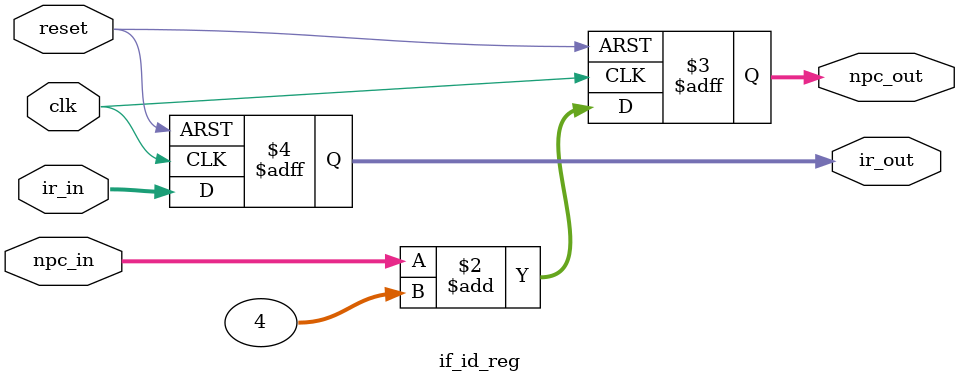
<source format=v>
module if_id_reg(
    input         clk,
    input         reset,
    input  [31:0] npc_in,
    input  [31:0] ir_in,
    output reg [31:0] npc_out,
    output reg [31:0] ir_out
);
    always @(posedge clk or posedge reset) begin
        if (reset) begin
            npc_out <= 32'd0;
            ir_out  <= 32'd0;
        end else begin
            npc_out <= npc_in + 4;
            ir_out  <= ir_in;
        end
    end
endmodule
</source>
